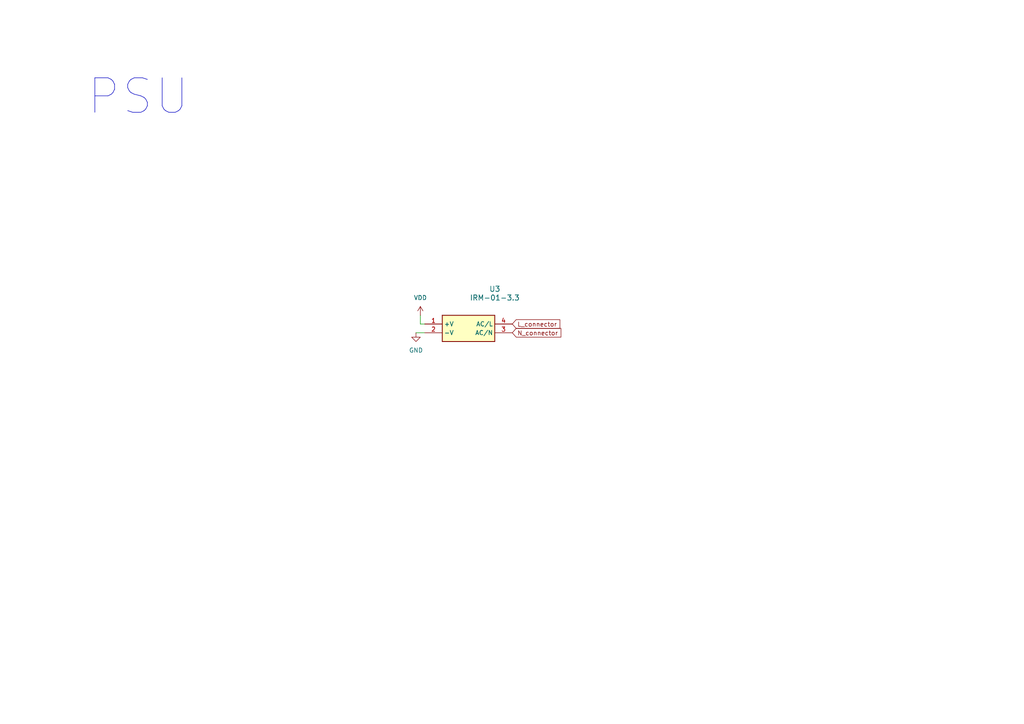
<source format=kicad_sch>
(kicad_sch (version 20231120) (generator "eeschema") (generator_version "8.0")
  (paper "A4")
  (lib_symbols
    (symbol "IRM-01-3_3:IRM-01-3.3"
      (property "Reference" "U3" (at 20.32 10.16 0))
      (property "Value" "IRM-01-3.3" (at 20.32 7.62 0))
      (symbol "IRM-01-3.3_1_1"
        (rectangle (start 5.08 2.54) (end 20.32 -5.08) (stroke (width 0.254)) (fill (type background)))
        (pin power_out line (at 0 0 0) (length 5.08) (name "+V") (number "1"))
        (pin power_out line (at 0 -2.54 0) (length 5.08) (name "-V") (number "2"))
        (pin passive line (at 25.4 -2.54 180) (length 5.08) (name "AC/N") (number "3"))
        (pin passive line (at 25.4 0 180) (length 5.08) (name "AC/L") (number "4"))
      )
    )
    (symbol "power:GND" (power) (pin_numbers hide) (pin_names (offset 0) hide)
      (property "Value" "GND" (at 0 -3.81 0))
      (symbol "GND_0_1"
        (polyline (pts (xy 0 0) (xy 0 -1.27) (xy 1.27 -1.27) (xy 0 -2.54) (xy -1.27 -1.27) (xy 0 -1.27)))
      )
      (symbol "GND_1_1"
        (pin power_in line (at 0 0 270) (length 0) (name "~") (number "1"))
      )
    )
    (symbol "power:VDD" (power) (pin_numbers hide) (pin_names (offset 0) hide)
      (property "Value" "VDD" (at 0 3.556 0))
      (symbol "VDD_0_1"
        (polyline (pts (xy -0.762 1.27) (xy 0 2.54)))
        (polyline (pts (xy 0 0) (xy 0 2.54)))
        (polyline (pts (xy 0 2.54) (xy 0.762 1.27)))
      )
      (symbol "VDD_1_1"
        (pin power_in line (at 0 0 90) (length 0) (name "~") (number "1"))
      )
    )
  )
  (wire (pts (xy 123.19 93.98) (xy 121.92 93.98)))
  (wire (pts (xy 121.92 93.98) (xy 121.92 91.44)))
  (wire (pts (xy 120.65 96.52) (xy 123.19 96.52)))
  (text "PSU" (at 40.132 28.194 0) (effects (font (size 10 10))))
  (global_label "N_connector" (shape input) (at 148.59 96.52 0) (property "Intersheetrefs" "${INTERSHEET_REFS}" (effects (hide yes))))
  (global_label "L_connector" (shape input) (at 148.59 93.98 0) (property "Intersheetrefs" "${INTERSHEET_REFS}" (effects (hide yes))))
  (symbol (lib_id "power:VDD") (at 121.92 91.44 0) (unit 1)
    (property "Reference" "#PWR015" (effects (hide yes)))
    (property "Value" "VDD" (at 121.92 86.36 0))
    (property "Description" "Power symbol creates a global label with name \"VDD\"" (effects (hide yes)))
  )
  (symbol (lib_id "power:GND") (at 120.65 96.52 0) (unit 1)
    (property "Reference" "#PWR014" (effects (hide yes)))
    (property "Value" "GND" (at 120.65 101.6 0))
    (property "Description" "Power symbol creates a global label with name \"GND\" , ground" (effects (hide yes)))
  )
  (symbol (lib_id "IRM-01-3_3:IRM-01-3.3") (at 123.19 93.98 0) (unit 1)
    (property "Reference" "U3" (at 143.51 83.82 0) (effects (font (size 1.524 1.524))))
    (property "Value" "IRM-01-3.3" (at 143.51 86.36 0) (effects (font (size 1.524 1.524))))
    (property "Footprint" "Sterownik_roletyLibrary:IRM015" (effects (hide yes)))
    (property "Datasheet" "https://www.meanwell.com/Upload/PDF/IRM-01/IRM-01-SPEC.PDF" (effects (hide yes)))
    (property "Description" "Power Supply Encapsulated PCB 3.3V 1W" (effects (hide yes)))
    (property "Height" "15" (effects (hide yes)))
    (property "Mouser Part Number" "709-IRM01-3.3" (effects (hide yes)))
    (property "Mouser Price/Stock" "https://www.mouser.co.uk/ProductDetail/MEAN-WELL/IRM-01-3.3?qs=C9r8PV%2F%252BoWPYMhpLuTFr9w%3D%3D" (effects (hide yes)))
    (property "Manufacturer_Name" "Mean Well" (effects (hide yes)))
    (property "Manufacturer_Part_Number" "IRM-01-3.3" (effects (hide yes)))
  )
)
</source>
